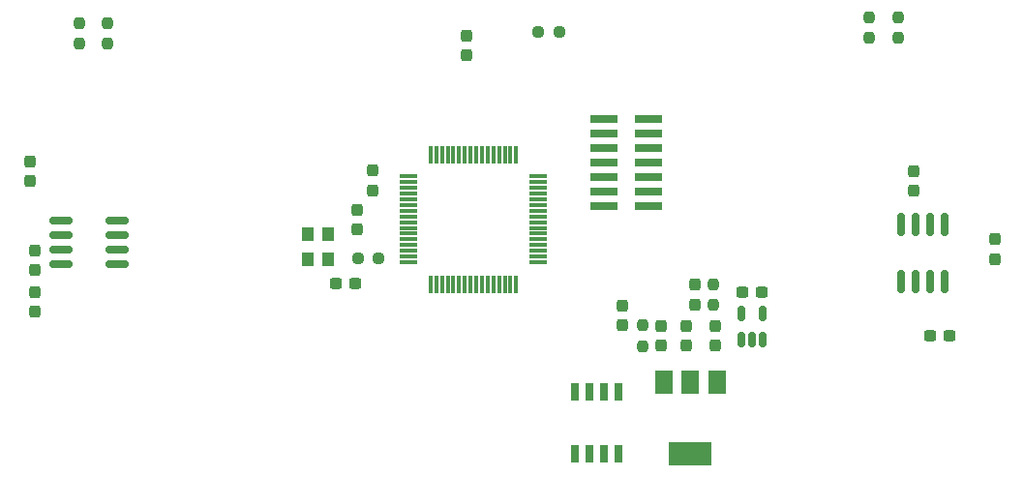
<source format=gbr>
%TF.GenerationSoftware,KiCad,Pcbnew,(6.0.7-1)-1*%
%TF.CreationDate,2022-10-27T13:07:38+02:00*%
%TF.ProjectId,Beerator,42656572-6174-46f7-922e-6b696361645f,rev?*%
%TF.SameCoordinates,Original*%
%TF.FileFunction,Paste,Top*%
%TF.FilePolarity,Positive*%
%FSLAX46Y46*%
G04 Gerber Fmt 4.6, Leading zero omitted, Abs format (unit mm)*
G04 Created by KiCad (PCBNEW (6.0.7-1)-1) date 2022-10-27 13:07:38*
%MOMM*%
%LPD*%
G01*
G04 APERTURE LIST*
G04 Aperture macros list*
%AMRoundRect*
0 Rectangle with rounded corners*
0 $1 Rounding radius*
0 $2 $3 $4 $5 $6 $7 $8 $9 X,Y pos of 4 corners*
0 Add a 4 corners polygon primitive as box body*
4,1,4,$2,$3,$4,$5,$6,$7,$8,$9,$2,$3,0*
0 Add four circle primitives for the rounded corners*
1,1,$1+$1,$2,$3*
1,1,$1+$1,$4,$5*
1,1,$1+$1,$6,$7*
1,1,$1+$1,$8,$9*
0 Add four rect primitives between the rounded corners*
20,1,$1+$1,$2,$3,$4,$5,0*
20,1,$1+$1,$4,$5,$6,$7,0*
20,1,$1+$1,$6,$7,$8,$9,0*
20,1,$1+$1,$8,$9,$2,$3,0*%
G04 Aperture macros list end*
%ADD10R,1.500000X2.000000*%
%ADD11R,3.800000X2.000000*%
%ADD12R,1.000000X1.300000*%
%ADD13R,2.400000X0.740000*%
%ADD14RoundRect,0.150000X-0.150000X0.825000X-0.150000X-0.825000X0.150000X-0.825000X0.150000X0.825000X0*%
%ADD15R,0.650000X1.525000*%
%ADD16RoundRect,0.237500X0.237500X-0.250000X0.237500X0.250000X-0.237500X0.250000X-0.237500X-0.250000X0*%
%ADD17RoundRect,0.237500X-0.300000X-0.237500X0.300000X-0.237500X0.300000X0.237500X-0.300000X0.237500X0*%
%ADD18RoundRect,0.237500X0.237500X-0.300000X0.237500X0.300000X-0.237500X0.300000X-0.237500X-0.300000X0*%
%ADD19RoundRect,0.237500X-0.237500X0.300000X-0.237500X-0.300000X0.237500X-0.300000X0.237500X0.300000X0*%
%ADD20RoundRect,0.237500X-0.237500X0.250000X-0.237500X-0.250000X0.237500X-0.250000X0.237500X0.250000X0*%
%ADD21RoundRect,0.237500X0.237500X-0.287500X0.237500X0.287500X-0.237500X0.287500X-0.237500X-0.287500X0*%
%ADD22RoundRect,0.237500X-0.237500X0.287500X-0.237500X-0.287500X0.237500X-0.287500X0.237500X0.287500X0*%
%ADD23RoundRect,0.237500X-0.250000X-0.237500X0.250000X-0.237500X0.250000X0.237500X-0.250000X0.237500X0*%
%ADD24RoundRect,0.150000X0.150000X-0.512500X0.150000X0.512500X-0.150000X0.512500X-0.150000X-0.512500X0*%
%ADD25RoundRect,0.150000X-0.825000X-0.150000X0.825000X-0.150000X0.825000X0.150000X-0.825000X0.150000X0*%
%ADD26RoundRect,0.075000X-0.700000X-0.075000X0.700000X-0.075000X0.700000X0.075000X-0.700000X0.075000X0*%
%ADD27RoundRect,0.075000X-0.075000X-0.700000X0.075000X-0.700000X0.075000X0.700000X-0.075000X0.700000X0*%
G04 APERTURE END LIST*
D10*
%TO.C,U201*%
X118900000Y-84650000D03*
X116600000Y-84650000D03*
X114300000Y-84650000D03*
D11*
X116600000Y-90950000D03*
%TD*%
D12*
%TO.C,Y301*%
X84900000Y-73900000D03*
X84900000Y-71700000D03*
X83100000Y-71700000D03*
X83100000Y-73900000D03*
%TD*%
D13*
%TO.C,JSTLINK301*%
X112950000Y-69210000D03*
X109050000Y-69210000D03*
X112950000Y-67940000D03*
X109050000Y-67940000D03*
X112950000Y-66670000D03*
X109050000Y-66670000D03*
X112950000Y-65400000D03*
X109050000Y-65400000D03*
X112950000Y-64130000D03*
X109050000Y-64130000D03*
X112950000Y-62860000D03*
X109050000Y-62860000D03*
X112950000Y-61590000D03*
X109050000Y-61590000D03*
%TD*%
D14*
%TO.C,UDRIVER502*%
X138800000Y-70850000D03*
X137530000Y-70850000D03*
X136260000Y-70850000D03*
X134990000Y-70850000D03*
X134990000Y-75800000D03*
X136260000Y-75800000D03*
X137530000Y-75800000D03*
X138800000Y-75800000D03*
%TD*%
D15*
%TO.C,SW201*%
X110305000Y-85488000D03*
X109035000Y-85488000D03*
X107765000Y-85488000D03*
X106495000Y-85488000D03*
X106495000Y-90912000D03*
X107765000Y-90912000D03*
X109035000Y-90912000D03*
X110305000Y-90912000D03*
%TD*%
D16*
%TO.C,R202*%
X118600000Y-77912500D03*
X118600000Y-76087500D03*
%TD*%
D17*
%TO.C,C303*%
X85537500Y-76000000D03*
X87262500Y-76000000D03*
%TD*%
D18*
%TO.C,C501*%
X59200000Y-74862500D03*
X59200000Y-73137500D03*
%TD*%
D19*
%TO.C,C508*%
X59200000Y-76737500D03*
X59200000Y-78462500D03*
%TD*%
D20*
%TO.C,R402*%
X132200000Y-52687500D03*
X132200000Y-54512500D03*
%TD*%
D21*
%TO.C,D202*%
X117000000Y-77875000D03*
X117000000Y-76125000D03*
%TD*%
D19*
%TO.C,C510*%
X58800000Y-65337500D03*
X58800000Y-67062500D03*
%TD*%
D17*
%TO.C,C506*%
X137537500Y-80600000D03*
X139262500Y-80600000D03*
%TD*%
D22*
%TO.C,D201*%
X110600000Y-77925000D03*
X110600000Y-79675000D03*
%TD*%
D23*
%TO.C,R301*%
X87487500Y-73800000D03*
X89312500Y-73800000D03*
%TD*%
D18*
%TO.C,C202*%
X116200000Y-81462500D03*
X116200000Y-79737500D03*
%TD*%
%TO.C,C203*%
X118800000Y-81462500D03*
X118800000Y-79737500D03*
%TD*%
D24*
%TO.C,REG3-201*%
X121050000Y-80937500D03*
X122000000Y-80937500D03*
X122950000Y-80937500D03*
X122950000Y-78662500D03*
X121050000Y-78662500D03*
%TD*%
D18*
%TO.C,C302*%
X87400000Y-71262500D03*
X87400000Y-69537500D03*
%TD*%
D17*
%TO.C,C204*%
X121137500Y-76800000D03*
X122862500Y-76800000D03*
%TD*%
D18*
%TO.C,C201*%
X114000000Y-81462500D03*
X114000000Y-79737500D03*
%TD*%
%TO.C,C509*%
X143200000Y-72137500D03*
X143200000Y-73862500D03*
%TD*%
D19*
%TO.C,C502*%
X136095000Y-66200000D03*
X136095000Y-67925000D03*
%TD*%
D20*
%TO.C,R403*%
X63150000Y-53212500D03*
X63150000Y-55037500D03*
%TD*%
D16*
%TO.C,R401*%
X65550000Y-55037500D03*
X65550000Y-53212500D03*
%TD*%
%TO.C,R404*%
X134800000Y-54512500D03*
X134800000Y-52687500D03*
%TD*%
D23*
%TO.C,R501*%
X103287500Y-54000000D03*
X105112500Y-54000000D03*
%TD*%
D25*
%TO.C,UDRIVER501*%
X61525000Y-70495000D03*
X61525000Y-71765000D03*
X61525000Y-73035000D03*
X61525000Y-74305000D03*
X66475000Y-74305000D03*
X66475000Y-73035000D03*
X66475000Y-71765000D03*
X66475000Y-70495000D03*
%TD*%
D26*
%TO.C,USTM301*%
X91925000Y-66650000D03*
X91925000Y-67150000D03*
X91925000Y-67650000D03*
X91925000Y-68150000D03*
X91925000Y-68650000D03*
X91925000Y-69150000D03*
X91925000Y-69650000D03*
X91925000Y-70150000D03*
X91925000Y-70650000D03*
X91925000Y-71150000D03*
X91925000Y-71650000D03*
X91925000Y-72150000D03*
X91925000Y-72650000D03*
X91925000Y-73150000D03*
X91925000Y-73650000D03*
X91925000Y-74150000D03*
D27*
X93850000Y-76075000D03*
X94350000Y-76075000D03*
X94850000Y-76075000D03*
X95350000Y-76075000D03*
X95850000Y-76075000D03*
X96350000Y-76075000D03*
X96850000Y-76075000D03*
X97350000Y-76075000D03*
X97850000Y-76075000D03*
X98350000Y-76075000D03*
X98850000Y-76075000D03*
X99350000Y-76075000D03*
X99850000Y-76075000D03*
X100350000Y-76075000D03*
X100850000Y-76075000D03*
X101350000Y-76075000D03*
D26*
X103275000Y-74150000D03*
X103275000Y-73650000D03*
X103275000Y-73150000D03*
X103275000Y-72650000D03*
X103275000Y-72150000D03*
X103275000Y-71650000D03*
X103275000Y-71150000D03*
X103275000Y-70650000D03*
X103275000Y-70150000D03*
X103275000Y-69650000D03*
X103275000Y-69150000D03*
X103275000Y-68650000D03*
X103275000Y-68150000D03*
X103275000Y-67650000D03*
X103275000Y-67150000D03*
X103275000Y-66650000D03*
D27*
X101350000Y-64725000D03*
X100850000Y-64725000D03*
X100350000Y-64725000D03*
X99850000Y-64725000D03*
X99350000Y-64725000D03*
X98850000Y-64725000D03*
X98350000Y-64725000D03*
X97850000Y-64725000D03*
X97350000Y-64725000D03*
X96850000Y-64725000D03*
X96350000Y-64725000D03*
X95850000Y-64725000D03*
X95350000Y-64725000D03*
X94850000Y-64725000D03*
X94350000Y-64725000D03*
X93850000Y-64725000D03*
%TD*%
D16*
%TO.C,R201*%
X112400000Y-81512500D03*
X112400000Y-79687500D03*
%TD*%
D19*
%TO.C,C304*%
X88800000Y-66137500D03*
X88800000Y-67862500D03*
%TD*%
%TO.C,C507*%
X97000000Y-54337500D03*
X97000000Y-56062500D03*
%TD*%
M02*

</source>
